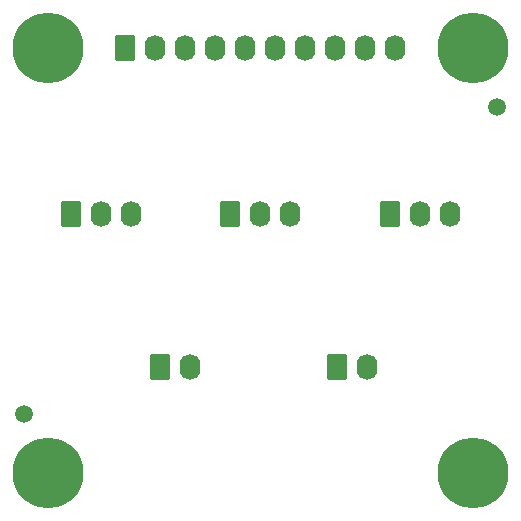
<source format=gbr>
%TF.GenerationSoftware,KiCad,Pcbnew,(6.0.0-rc1-76-g1e8284bc1a)*%
%TF.CreationDate,2022-09-28T09:07:56+05:30*%
%TF.ProjectId,extension_Board,65787465-6e73-4696-9f6e-5f426f617264,rev?*%
%TF.SameCoordinates,Original*%
%TF.FileFunction,Soldermask,Top*%
%TF.FilePolarity,Negative*%
%FSLAX46Y46*%
G04 Gerber Fmt 4.6, Leading zero omitted, Abs format (unit mm)*
G04 Created by KiCad (PCBNEW (6.0.0-rc1-76-g1e8284bc1a)) date 2022-09-28 09:07:56*
%MOMM*%
%LPD*%
G01*
G04 APERTURE LIST*
G04 Aperture macros list*
%AMRoundRect*
0 Rectangle with rounded corners*
0 $1 Rounding radius*
0 $2 $3 $4 $5 $6 $7 $8 $9 X,Y pos of 4 corners*
0 Add a 4 corners polygon primitive as box body*
4,1,4,$2,$3,$4,$5,$6,$7,$8,$9,$2,$3,0*
0 Add four circle primitives for the rounded corners*
1,1,$1+$1,$2,$3*
1,1,$1+$1,$4,$5*
1,1,$1+$1,$6,$7*
1,1,$1+$1,$8,$9*
0 Add four rect primitives between the rounded corners*
20,1,$1+$1,$2,$3,$4,$5,0*
20,1,$1+$1,$4,$5,$6,$7,0*
20,1,$1+$1,$6,$7,$8,$9,0*
20,1,$1+$1,$8,$9,$2,$3,0*%
G04 Aperture macros list end*
%ADD10RoundRect,0.250000X-0.620000X-0.845000X0.620000X-0.845000X0.620000X0.845000X-0.620000X0.845000X0*%
%ADD11O,1.740000X2.190000*%
%ADD12C,1.500000*%
%ADD13C,6.000000*%
G04 APERTURE END LIST*
D10*
%TO.C,J6*%
X49000000Y-56500000D03*
D11*
X51540000Y-56500000D03*
%TD*%
D12*
%TO.C,FID1*%
X77500000Y-34500000D03*
%TD*%
D13*
%TO.C,H3*%
X75500000Y-65500000D03*
%TD*%
D10*
%TO.C,J3*%
X54960000Y-43520000D03*
D11*
X57500000Y-43520000D03*
X60040000Y-43520000D03*
%TD*%
D13*
%TO.C,H2*%
X75500000Y-29500000D03*
%TD*%
D10*
%TO.C,J4*%
X68460000Y-43520000D03*
D11*
X71000000Y-43520000D03*
X73540000Y-43520000D03*
%TD*%
D10*
%TO.C,J5*%
X64000000Y-56500000D03*
D11*
X66540000Y-56500000D03*
%TD*%
D13*
%TO.C,H4*%
X39500000Y-65500000D03*
%TD*%
%TO.C,H1*%
X39500000Y-29500000D03*
%TD*%
D10*
%TO.C,J2*%
X41460000Y-43520000D03*
D11*
X44000000Y-43520000D03*
X46540000Y-43520000D03*
%TD*%
D12*
%TO.C,FID2*%
X37500000Y-60500000D03*
%TD*%
D10*
%TO.C,J1*%
X46070000Y-29520000D03*
D11*
X48610000Y-29520000D03*
X51150000Y-29520000D03*
X53690000Y-29520000D03*
X56230000Y-29520000D03*
X58770000Y-29520000D03*
X61310000Y-29520000D03*
X63850000Y-29520000D03*
X66390000Y-29520000D03*
X68930000Y-29520000D03*
%TD*%
M02*

</source>
